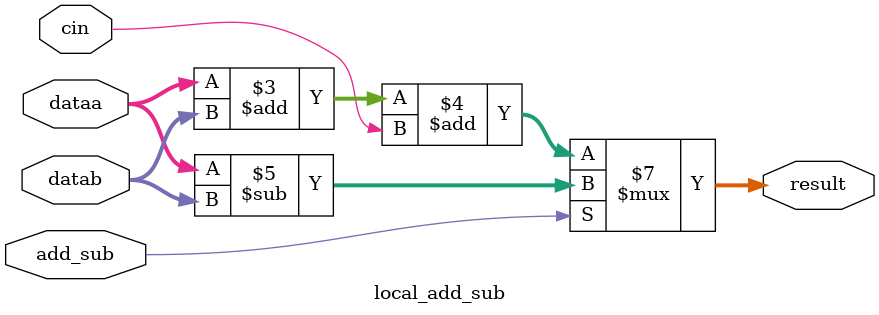
<source format=v>
module local_add_sub(
dataa,
datab,
cin,
add_sub,
result
);

parameter WIDTH = 32;
parameter PIPELINE = 0;
parameter REPRESENTATION = "SIGNED";

input[WIDTH-1:0] dataa;
input[WIDTH-1:0] datab;
input cin;
input add_sub;
output reg [WIDTH-1:0] result;

always @(*)begin
    if(add_sub == 1'b0)
         result = dataa+datab+cin;
    else
         result = dataa - datab;
end

endmodule

</source>
